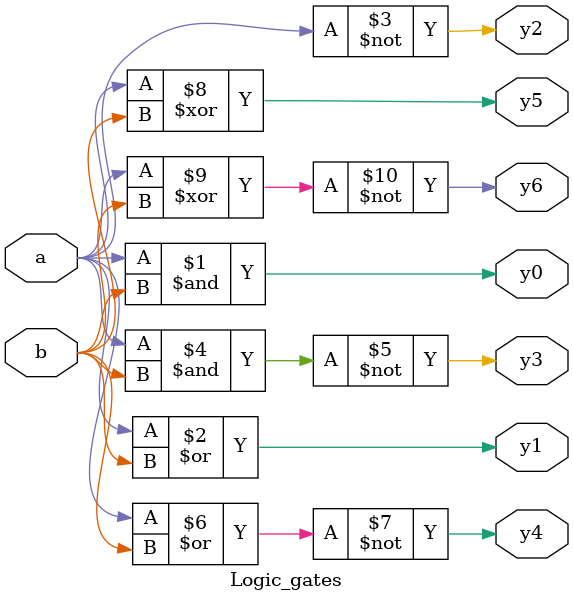
<source format=v>
`timescale 1ns / 1ps


module Logic_gates(
    input a,b,
    output y0,y1,y2,y3,y4,y5,y6
    );
    assign y0=a&b;
    assign y1=a|b;
    assign y2=~a;
    assign y3=~(a&b);
    assign y4=~(a|b);
    assign y5=a^b;
    assign y6=~(a^b);
     
    
    
endmodule

</source>
